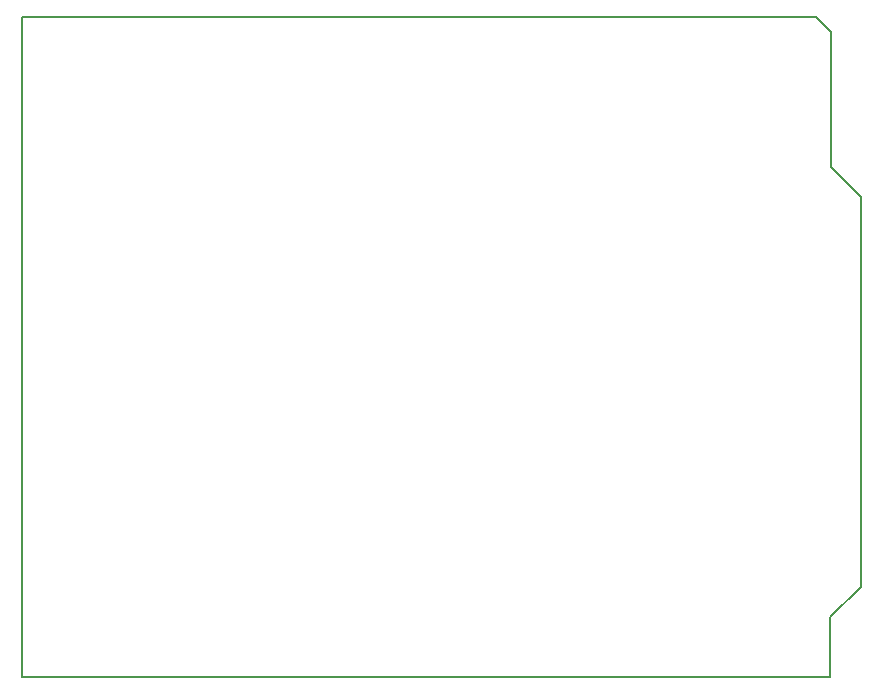
<source format=gbr>
G04 #@! TF.FileFunction,Profile,NP*
%FSLAX46Y46*%
G04 Gerber Fmt 4.6, Leading zero omitted, Abs format (unit mm)*
G04 Created by KiCad (PCBNEW 4.0.5+dfsg1-4) date Thu May 16 10:40:04 2019*
%MOMM*%
%LPD*%
G01*
G04 APERTURE LIST*
%ADD10C,0.100000*%
%ADD11C,0.150000*%
G04 APERTURE END LIST*
D10*
D11*
X216916000Y-106426000D02*
X216916000Y-103886000D01*
X214439500Y-106426000D02*
X216916000Y-106426000D01*
X214566500Y-106426000D02*
X214439500Y-106426000D01*
X148463000Y-50609500D02*
X151003000Y-50609500D01*
X148463000Y-106426000D02*
X148463000Y-50609500D01*
X148463000Y-104965500D02*
X148463000Y-106426000D01*
X148463000Y-104965500D02*
X148463000Y-51689000D01*
X214503000Y-106426000D02*
X148463000Y-106426000D01*
X216916000Y-101409500D02*
X216916000Y-103886000D01*
X219519500Y-98806000D02*
X216916000Y-101409500D01*
X219519500Y-65849500D02*
X219519500Y-98806000D01*
X216979500Y-63309500D02*
X219519500Y-65849500D01*
X216979500Y-51879500D02*
X216979500Y-63309500D01*
X215709500Y-50609500D02*
X216979500Y-51879500D01*
X151003000Y-50609500D02*
X215709500Y-50609500D01*
M02*

</source>
